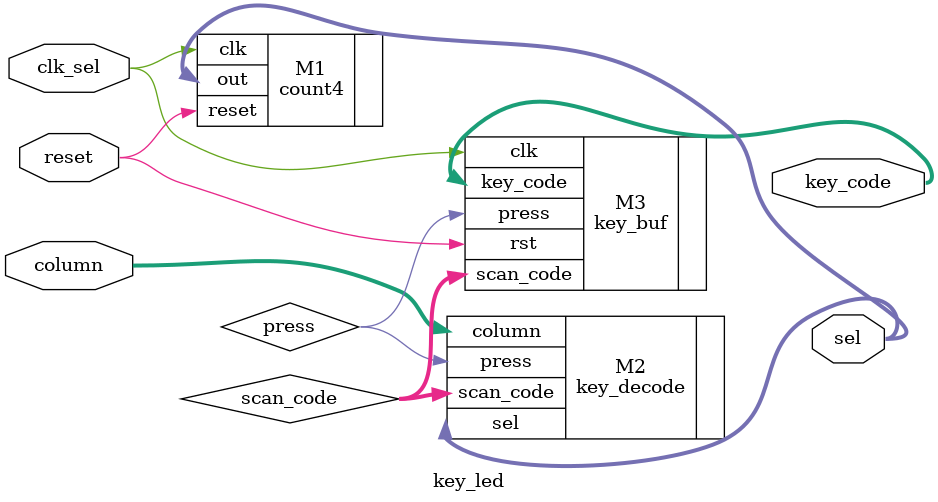
<source format=v>
module key_led(clk_sel, reset, column, sel, key_code);
input clk_sel, reset;
input[2:0]column;	

output[2:0]sel;
output[3:0] key_code;

wire press;
wire[3:0] scan_code, key_code;

count4  M1(.clk(clk_sel), .reset(reset), .out(sel));//000 001 010 011

//sel, column, press, scan_code
key_decode M2 (.sel(sel),.column(column), .press(press), .scan_code(scan_code));

//module key_buf(clk, rst, press, scan_code, key_code);
key_buf M3 (.clk(clk_sel), .rst(reset), .press(press), .scan_code(scan_code), .key_code(key_code));
endmodule

</source>
